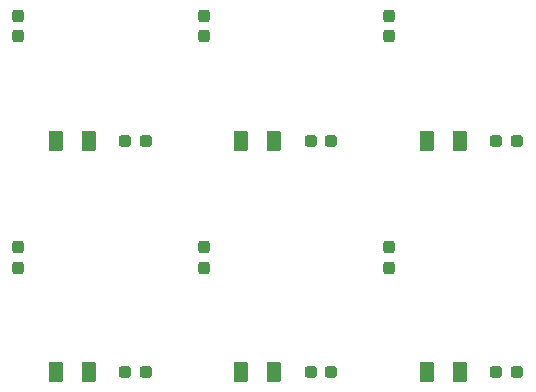
<source format=gbr>
%TF.GenerationSoftware,KiCad,Pcbnew,8.0.6*%
%TF.CreationDate,2025-05-23T10:27:19+02:00*%
%TF.ProjectId,AmplifOptoacopladorEnclosure,416d706c-6966-44f7-9074-6f61636f706c,rev?*%
%TF.SameCoordinates,Original*%
%TF.FileFunction,Paste,Top*%
%TF.FilePolarity,Positive*%
%FSLAX46Y46*%
G04 Gerber Fmt 4.6, Leading zero omitted, Abs format (unit mm)*
G04 Created by KiCad (PCBNEW 8.0.6) date 2025-05-23 10:27:19*
%MOMM*%
%LPD*%
G01*
G04 APERTURE LIST*
G04 Aperture macros list*
%AMRoundRect*
0 Rectangle with rounded corners*
0 $1 Rounding radius*
0 $2 $3 $4 $5 $6 $7 $8 $9 X,Y pos of 4 corners*
0 Add a 4 corners polygon primitive as box body*
4,1,4,$2,$3,$4,$5,$6,$7,$8,$9,$2,$3,0*
0 Add four circle primitives for the rounded corners*
1,1,$1+$1,$2,$3*
1,1,$1+$1,$4,$5*
1,1,$1+$1,$6,$7*
1,1,$1+$1,$8,$9*
0 Add four rect primitives between the rounded corners*
20,1,$1+$1,$2,$3,$4,$5,0*
20,1,$1+$1,$4,$5,$6,$7,0*
20,1,$1+$1,$6,$7,$8,$9,0*
20,1,$1+$1,$8,$9,$2,$3,0*%
G04 Aperture macros list end*
%ADD10RoundRect,0.250000X-0.375000X-0.625000X0.375000X-0.625000X0.375000X0.625000X-0.375000X0.625000X0*%
%ADD11RoundRect,0.237500X-0.287500X-0.237500X0.287500X-0.237500X0.287500X0.237500X-0.287500X0.237500X0*%
%ADD12RoundRect,0.237500X-0.237500X0.287500X-0.237500X-0.287500X0.237500X-0.287500X0.237500X0.287500X0*%
G04 APERTURE END LIST*
D10*
%TO.C,D5*%
X207665000Y-57680000D03*
X210465000Y-57680000D03*
%TD*%
D11*
%TO.C,Rlim8*%
X197835000Y-77285000D03*
X199585000Y-77285000D03*
%TD*%
D12*
%TO.C,Rlim11*%
X204465000Y-66705000D03*
X204465000Y-68455000D03*
%TD*%
%TO.C,Rlim9*%
X204465000Y-47100000D03*
X204465000Y-48850000D03*
%TD*%
D11*
%TO.C,Rlim2*%
X182155000Y-57680000D03*
X183905000Y-57680000D03*
%TD*%
D10*
%TO.C,D3*%
X191965000Y-57680000D03*
X194765000Y-57680000D03*
%TD*%
D12*
%TO.C,Rlim7*%
X188765000Y-66705000D03*
X188765000Y-68455000D03*
%TD*%
D10*
%TO.C,D6*%
X207665000Y-77285000D03*
X210465000Y-77285000D03*
%TD*%
D12*
%TO.C,Rlim3*%
X173085000Y-66705000D03*
X173085000Y-68455000D03*
%TD*%
%TO.C,Rlim5*%
X188765000Y-47100000D03*
X188765000Y-48850000D03*
%TD*%
D11*
%TO.C,Rlim12*%
X213535000Y-77285000D03*
X215285000Y-77285000D03*
%TD*%
%TO.C,Rlim6*%
X197835000Y-57680000D03*
X199585000Y-57680000D03*
%TD*%
%TO.C,Rlim10*%
X213535000Y-57680000D03*
X215285000Y-57680000D03*
%TD*%
D12*
%TO.C,Rlim1*%
X173085000Y-47100000D03*
X173085000Y-48850000D03*
%TD*%
D10*
%TO.C,D1*%
X176285000Y-57680000D03*
X179085000Y-57680000D03*
%TD*%
%TO.C,D2*%
X176285000Y-77285000D03*
X179085000Y-77285000D03*
%TD*%
%TO.C,D4*%
X191965000Y-77285000D03*
X194765000Y-77285000D03*
%TD*%
D11*
%TO.C,Rlim4*%
X182155000Y-77285000D03*
X183905000Y-77285000D03*
%TD*%
M02*

</source>
